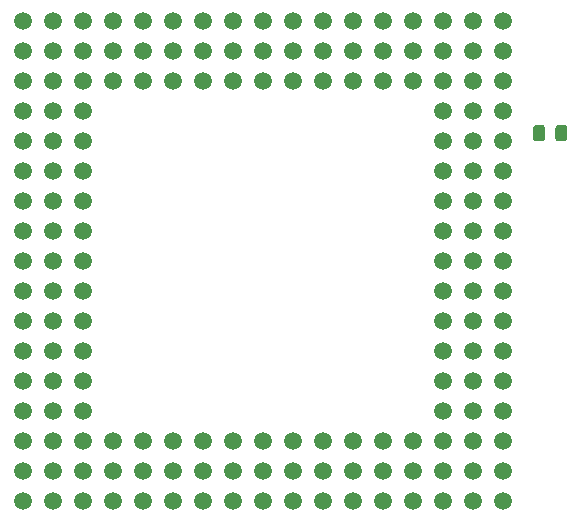
<source format=gbr>
G04 #@! TF.GenerationSoftware,KiCad,Pcbnew,(5.1.5)-3*
G04 #@! TF.CreationDate,2023-10-15T16:11:26+02:00*
G04 #@! TF.ProjectId,486VRM,34383656-524d-42e6-9b69-6361645f7063,rev?*
G04 #@! TF.SameCoordinates,Original*
G04 #@! TF.FileFunction,Paste,Bot*
G04 #@! TF.FilePolarity,Positive*
%FSLAX46Y46*%
G04 Gerber Fmt 4.6, Leading zero omitted, Abs format (unit mm)*
G04 Created by KiCad (PCBNEW (5.1.5)-3) date 2023-10-15 16:11:26*
%MOMM*%
%LPD*%
G04 APERTURE LIST*
%ADD10C,1.500000*%
%ADD11C,0.100000*%
G04 APERTURE END LIST*
D10*
X199685000Y-130320000D03*
X199685000Y-125240000D03*
X199685000Y-127780000D03*
X199685000Y-122700000D03*
X199685000Y-120160000D03*
X199685000Y-117620000D03*
X199685000Y-115080000D03*
X199685000Y-112540000D03*
X199685000Y-110000000D03*
X199685000Y-107460000D03*
X199685000Y-104920000D03*
X199685000Y-102380000D03*
X199685000Y-99840000D03*
X199685000Y-97300000D03*
X199685000Y-94760000D03*
X199685000Y-92220000D03*
X199685000Y-89680000D03*
X197145000Y-130320000D03*
X197145000Y-125240000D03*
X197145000Y-127780000D03*
X197145000Y-122700000D03*
X197145000Y-120160000D03*
X197145000Y-117620000D03*
X197145000Y-115080000D03*
X197145000Y-112540000D03*
X197145000Y-110000000D03*
X197145000Y-107460000D03*
X197145000Y-104920000D03*
X197145000Y-102380000D03*
X197145000Y-99840000D03*
X197145000Y-97300000D03*
X197145000Y-94760000D03*
X197145000Y-92220000D03*
X197145000Y-89680000D03*
X194605000Y-130320000D03*
X194605000Y-125240000D03*
X194605000Y-127780000D03*
X194605000Y-122700000D03*
X194605000Y-120160000D03*
X194605000Y-117620000D03*
X194605000Y-115080000D03*
X194605000Y-112540000D03*
X194605000Y-110000000D03*
X194605000Y-107460000D03*
X194605000Y-104920000D03*
X194605000Y-102380000D03*
X194605000Y-99840000D03*
X194605000Y-97300000D03*
X194605000Y-94760000D03*
X194605000Y-92220000D03*
X194605000Y-89680000D03*
X192065000Y-130320000D03*
X192065000Y-125240000D03*
X192065000Y-127780000D03*
X192065000Y-94760000D03*
X192065000Y-92220000D03*
X192065000Y-89680000D03*
X189525000Y-130320000D03*
X189525000Y-125240000D03*
X189525000Y-127780000D03*
X189525000Y-94760000D03*
X189525000Y-92220000D03*
X189525000Y-89680000D03*
X186985000Y-130320000D03*
X186985000Y-125240000D03*
X186985000Y-127780000D03*
X186985000Y-94760000D03*
X186985000Y-92220000D03*
X186985000Y-89680000D03*
X184445000Y-130320000D03*
X184445000Y-125240000D03*
X184445000Y-127780000D03*
X184445000Y-94760000D03*
X184445000Y-92220000D03*
X184445000Y-89680000D03*
X181905000Y-130320000D03*
X181905000Y-125240000D03*
X181905000Y-127780000D03*
X181905000Y-94760000D03*
X181905000Y-92220000D03*
X181905000Y-89680000D03*
X179365000Y-130320000D03*
X179365000Y-125240000D03*
X179365000Y-127780000D03*
X179365000Y-94760000D03*
X179365000Y-92220000D03*
X179365000Y-89680000D03*
X176825000Y-130320000D03*
X176825000Y-125240000D03*
X176825000Y-127780000D03*
X176825000Y-94760000D03*
X176825000Y-92220000D03*
X176825000Y-89680000D03*
X174285000Y-130320000D03*
X174285000Y-125240000D03*
X174285000Y-127780000D03*
X174285000Y-94760000D03*
X174285000Y-92220000D03*
X174285000Y-89680000D03*
X171745000Y-130320000D03*
X171745000Y-125240000D03*
X171745000Y-127780000D03*
X171745000Y-94760000D03*
X171745000Y-92220000D03*
X171745000Y-89680000D03*
X169205000Y-130320000D03*
X169205000Y-125240000D03*
X169205000Y-127780000D03*
X169205000Y-94760000D03*
X169205000Y-92220000D03*
X169205000Y-89680000D03*
X166665000Y-130320000D03*
X166665000Y-125240000D03*
X166665000Y-127780000D03*
X166665000Y-94760000D03*
X166665000Y-92220000D03*
X166665000Y-89680000D03*
X164125000Y-130320000D03*
X164125000Y-125240000D03*
X164125000Y-127780000D03*
X164125000Y-122700000D03*
X164125000Y-120160000D03*
X164125000Y-117620000D03*
X164125000Y-115080000D03*
X164125000Y-112540000D03*
X164125000Y-110000000D03*
X164125000Y-107460000D03*
X164125000Y-104920000D03*
X164125000Y-102380000D03*
X164125000Y-99840000D03*
X164125000Y-97300000D03*
X164125000Y-94760000D03*
X164125000Y-92220000D03*
X164125000Y-89680000D03*
X161585000Y-130320000D03*
X161585000Y-125240000D03*
X161585000Y-127780000D03*
X161585000Y-122700000D03*
X161585000Y-120160000D03*
X161585000Y-117620000D03*
X161585000Y-115080000D03*
X161585000Y-112540000D03*
X161585000Y-110000000D03*
X161585000Y-107460000D03*
X161585000Y-104920000D03*
X161585000Y-102380000D03*
X161585000Y-99840000D03*
X161585000Y-97300000D03*
X161585000Y-94760000D03*
X161585000Y-92220000D03*
X161585000Y-89680000D03*
X159045000Y-130320000D03*
X159045000Y-125240000D03*
X159045000Y-127780000D03*
X159045000Y-122700000D03*
X159045000Y-120160000D03*
X159045000Y-117620000D03*
X159045000Y-115080000D03*
X159045000Y-112540000D03*
X159045000Y-110000000D03*
X159045000Y-107460000D03*
X159045000Y-104920000D03*
X159045000Y-102380000D03*
X159045000Y-99840000D03*
X159045000Y-97300000D03*
X159045000Y-94760000D03*
X159045000Y-92220000D03*
X159045000Y-89680000D03*
D11*
G36*
X203030642Y-98506174D02*
G01*
X203054303Y-98509684D01*
X203077507Y-98515496D01*
X203100029Y-98523554D01*
X203121653Y-98533782D01*
X203142170Y-98546079D01*
X203161383Y-98560329D01*
X203179107Y-98576393D01*
X203195171Y-98594117D01*
X203209421Y-98613330D01*
X203221718Y-98633847D01*
X203231946Y-98655471D01*
X203240004Y-98677993D01*
X203245816Y-98701197D01*
X203249326Y-98724858D01*
X203250500Y-98748750D01*
X203250500Y-99661250D01*
X203249326Y-99685142D01*
X203245816Y-99708803D01*
X203240004Y-99732007D01*
X203231946Y-99754529D01*
X203221718Y-99776153D01*
X203209421Y-99796670D01*
X203195171Y-99815883D01*
X203179107Y-99833607D01*
X203161383Y-99849671D01*
X203142170Y-99863921D01*
X203121653Y-99876218D01*
X203100029Y-99886446D01*
X203077507Y-99894504D01*
X203054303Y-99900316D01*
X203030642Y-99903826D01*
X203006750Y-99905000D01*
X202519250Y-99905000D01*
X202495358Y-99903826D01*
X202471697Y-99900316D01*
X202448493Y-99894504D01*
X202425971Y-99886446D01*
X202404347Y-99876218D01*
X202383830Y-99863921D01*
X202364617Y-99849671D01*
X202346893Y-99833607D01*
X202330829Y-99815883D01*
X202316579Y-99796670D01*
X202304282Y-99776153D01*
X202294054Y-99754529D01*
X202285996Y-99732007D01*
X202280184Y-99708803D01*
X202276674Y-99685142D01*
X202275500Y-99661250D01*
X202275500Y-98748750D01*
X202276674Y-98724858D01*
X202280184Y-98701197D01*
X202285996Y-98677993D01*
X202294054Y-98655471D01*
X202304282Y-98633847D01*
X202316579Y-98613330D01*
X202330829Y-98594117D01*
X202346893Y-98576393D01*
X202364617Y-98560329D01*
X202383830Y-98546079D01*
X202404347Y-98533782D01*
X202425971Y-98523554D01*
X202448493Y-98515496D01*
X202471697Y-98509684D01*
X202495358Y-98506174D01*
X202519250Y-98505000D01*
X203006750Y-98505000D01*
X203030642Y-98506174D01*
G37*
G36*
X204905642Y-98506174D02*
G01*
X204929303Y-98509684D01*
X204952507Y-98515496D01*
X204975029Y-98523554D01*
X204996653Y-98533782D01*
X205017170Y-98546079D01*
X205036383Y-98560329D01*
X205054107Y-98576393D01*
X205070171Y-98594117D01*
X205084421Y-98613330D01*
X205096718Y-98633847D01*
X205106946Y-98655471D01*
X205115004Y-98677993D01*
X205120816Y-98701197D01*
X205124326Y-98724858D01*
X205125500Y-98748750D01*
X205125500Y-99661250D01*
X205124326Y-99685142D01*
X205120816Y-99708803D01*
X205115004Y-99732007D01*
X205106946Y-99754529D01*
X205096718Y-99776153D01*
X205084421Y-99796670D01*
X205070171Y-99815883D01*
X205054107Y-99833607D01*
X205036383Y-99849671D01*
X205017170Y-99863921D01*
X204996653Y-99876218D01*
X204975029Y-99886446D01*
X204952507Y-99894504D01*
X204929303Y-99900316D01*
X204905642Y-99903826D01*
X204881750Y-99905000D01*
X204394250Y-99905000D01*
X204370358Y-99903826D01*
X204346697Y-99900316D01*
X204323493Y-99894504D01*
X204300971Y-99886446D01*
X204279347Y-99876218D01*
X204258830Y-99863921D01*
X204239617Y-99849671D01*
X204221893Y-99833607D01*
X204205829Y-99815883D01*
X204191579Y-99796670D01*
X204179282Y-99776153D01*
X204169054Y-99754529D01*
X204160996Y-99732007D01*
X204155184Y-99708803D01*
X204151674Y-99685142D01*
X204150500Y-99661250D01*
X204150500Y-98748750D01*
X204151674Y-98724858D01*
X204155184Y-98701197D01*
X204160996Y-98677993D01*
X204169054Y-98655471D01*
X204179282Y-98633847D01*
X204191579Y-98613330D01*
X204205829Y-98594117D01*
X204221893Y-98576393D01*
X204239617Y-98560329D01*
X204258830Y-98546079D01*
X204279347Y-98533782D01*
X204300971Y-98523554D01*
X204323493Y-98515496D01*
X204346697Y-98509684D01*
X204370358Y-98506174D01*
X204394250Y-98505000D01*
X204881750Y-98505000D01*
X204905642Y-98506174D01*
G37*
M02*

</source>
